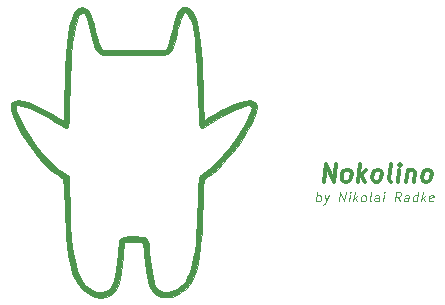
<source format=gbr>
G04 #@! TF.GenerationSoftware,KiCad,Pcbnew,(5.0.1-3-g963ef8bb5)*
G04 #@! TF.CreationDate,2019-04-15T21:42:43+02:00*
G04 #@! TF.ProjectId,kicad_top_pcb,6B696361645F746F705F7063622E6B69,rev?*
G04 #@! TF.SameCoordinates,Original*
G04 #@! TF.FileFunction,Legend,Top*
G04 #@! TF.FilePolarity,Positive*
%FSLAX46Y46*%
G04 Gerber Fmt 4.6, Leading zero omitted, Abs format (unit mm)*
G04 Created by KiCad (PCBNEW (5.0.1-3-g963ef8bb5)) date 2019 April 15, Monday 21:42:43*
%MOMM*%
%LPD*%
G01*
G04 APERTURE LIST*
%ADD10C,0.100000*%
%ADD11C,0.300000*%
%ADD12C,0.010000*%
%ADD13C,0.150000*%
G04 APERTURE END LIST*
D10*
X129608303Y-100056904D02*
X129708303Y-99256904D01*
X129670208Y-99561666D02*
X129751160Y-99523571D01*
X129903541Y-99523571D01*
X129974970Y-99561666D01*
X130008303Y-99599761D01*
X130036875Y-99675952D01*
X130008303Y-99904523D01*
X129960684Y-99980714D01*
X129917827Y-100018809D01*
X129836875Y-100056904D01*
X129684494Y-100056904D01*
X129613065Y-100018809D01*
X130322589Y-99523571D02*
X130446398Y-100056904D01*
X130703541Y-99523571D02*
X130446398Y-100056904D01*
X130346398Y-100247380D01*
X130303541Y-100285476D01*
X130222589Y-100323571D01*
X131551160Y-100056904D02*
X131651160Y-99256904D01*
X132008303Y-100056904D01*
X132108303Y-99256904D01*
X132389255Y-100056904D02*
X132455922Y-99523571D01*
X132489255Y-99256904D02*
X132446398Y-99295000D01*
X132479732Y-99333095D01*
X132522589Y-99295000D01*
X132489255Y-99256904D01*
X132479732Y-99333095D01*
X132770208Y-100056904D02*
X132870208Y-99256904D01*
X132884494Y-99752142D02*
X133074970Y-100056904D01*
X133141636Y-99523571D02*
X132798779Y-99828333D01*
X133532113Y-100056904D02*
X133460684Y-100018809D01*
X133427351Y-99980714D01*
X133398779Y-99904523D01*
X133427351Y-99675952D01*
X133474970Y-99599761D01*
X133517827Y-99561666D01*
X133598779Y-99523571D01*
X133713065Y-99523571D01*
X133784494Y-99561666D01*
X133817827Y-99599761D01*
X133846398Y-99675952D01*
X133817827Y-99904523D01*
X133770208Y-99980714D01*
X133727351Y-100018809D01*
X133646398Y-100056904D01*
X133532113Y-100056904D01*
X134255922Y-100056904D02*
X134184494Y-100018809D01*
X134155922Y-99942619D01*
X134241636Y-99256904D01*
X134903541Y-100056904D02*
X134955922Y-99637857D01*
X134927351Y-99561666D01*
X134855922Y-99523571D01*
X134703541Y-99523571D01*
X134622589Y-99561666D01*
X134908303Y-100018809D02*
X134827351Y-100056904D01*
X134636875Y-100056904D01*
X134565446Y-100018809D01*
X134536875Y-99942619D01*
X134546398Y-99866428D01*
X134594017Y-99790238D01*
X134674970Y-99752142D01*
X134865446Y-99752142D01*
X134946398Y-99714047D01*
X135284494Y-100056904D02*
X135351160Y-99523571D01*
X135384494Y-99256904D02*
X135341636Y-99295000D01*
X135374970Y-99333095D01*
X135417827Y-99295000D01*
X135384494Y-99256904D01*
X135374970Y-99333095D01*
X136732113Y-100056904D02*
X136513065Y-99675952D01*
X136274970Y-100056904D02*
X136374970Y-99256904D01*
X136679732Y-99256904D01*
X136751160Y-99295000D01*
X136784494Y-99333095D01*
X136813065Y-99409285D01*
X136798779Y-99523571D01*
X136751160Y-99599761D01*
X136708303Y-99637857D01*
X136627351Y-99675952D01*
X136322589Y-99675952D01*
X137417827Y-100056904D02*
X137470208Y-99637857D01*
X137441636Y-99561666D01*
X137370208Y-99523571D01*
X137217827Y-99523571D01*
X137136875Y-99561666D01*
X137422589Y-100018809D02*
X137341636Y-100056904D01*
X137151160Y-100056904D01*
X137079732Y-100018809D01*
X137051160Y-99942619D01*
X137060684Y-99866428D01*
X137108303Y-99790238D01*
X137189255Y-99752142D01*
X137379732Y-99752142D01*
X137460684Y-99714047D01*
X138141636Y-100056904D02*
X138241636Y-99256904D01*
X138146398Y-100018809D02*
X138065446Y-100056904D01*
X137913065Y-100056904D01*
X137841636Y-100018809D01*
X137808303Y-99980714D01*
X137779732Y-99904523D01*
X137808303Y-99675952D01*
X137855922Y-99599761D01*
X137898779Y-99561666D01*
X137979732Y-99523571D01*
X138132113Y-99523571D01*
X138203541Y-99561666D01*
X138522589Y-100056904D02*
X138622589Y-99256904D01*
X138636875Y-99752142D02*
X138827351Y-100056904D01*
X138894017Y-99523571D02*
X138551160Y-99828333D01*
X139479732Y-100018809D02*
X139398779Y-100056904D01*
X139246398Y-100056904D01*
X139174970Y-100018809D01*
X139146398Y-99942619D01*
X139184494Y-99637857D01*
X139232113Y-99561666D01*
X139313065Y-99523571D01*
X139465446Y-99523571D01*
X139536875Y-99561666D01*
X139565446Y-99637857D01*
X139555922Y-99714047D01*
X139165446Y-99790238D01*
D11*
X130243928Y-98378571D02*
X130431428Y-96878571D01*
X131101071Y-98378571D01*
X131288571Y-96878571D01*
X132029642Y-98378571D02*
X131895714Y-98307142D01*
X131833214Y-98235714D01*
X131779642Y-98092857D01*
X131833214Y-97664285D01*
X131922500Y-97521428D01*
X132002857Y-97450000D01*
X132154642Y-97378571D01*
X132368928Y-97378571D01*
X132502857Y-97450000D01*
X132565357Y-97521428D01*
X132618928Y-97664285D01*
X132565357Y-98092857D01*
X132476071Y-98235714D01*
X132395714Y-98307142D01*
X132243928Y-98378571D01*
X132029642Y-98378571D01*
X133172500Y-98378571D02*
X133360000Y-96878571D01*
X133386785Y-97807142D02*
X133743928Y-98378571D01*
X133868928Y-97378571D02*
X133226071Y-97950000D01*
X134601071Y-98378571D02*
X134467142Y-98307142D01*
X134404642Y-98235714D01*
X134351071Y-98092857D01*
X134404642Y-97664285D01*
X134493928Y-97521428D01*
X134574285Y-97450000D01*
X134726071Y-97378571D01*
X134940357Y-97378571D01*
X135074285Y-97450000D01*
X135136785Y-97521428D01*
X135190357Y-97664285D01*
X135136785Y-98092857D01*
X135047500Y-98235714D01*
X134967142Y-98307142D01*
X134815357Y-98378571D01*
X134601071Y-98378571D01*
X135958214Y-98378571D02*
X135824285Y-98307142D01*
X135770714Y-98164285D01*
X135931428Y-96878571D01*
X136529642Y-98378571D02*
X136654642Y-97378571D01*
X136717142Y-96878571D02*
X136636785Y-96950000D01*
X136699285Y-97021428D01*
X136779642Y-96950000D01*
X136717142Y-96878571D01*
X136699285Y-97021428D01*
X137368928Y-97378571D02*
X137243928Y-98378571D01*
X137351071Y-97521428D02*
X137431428Y-97450000D01*
X137583214Y-97378571D01*
X137797500Y-97378571D01*
X137931428Y-97450000D01*
X137985000Y-97592857D01*
X137886785Y-98378571D01*
X138815357Y-98378571D02*
X138681428Y-98307142D01*
X138618928Y-98235714D01*
X138565357Y-98092857D01*
X138618928Y-97664285D01*
X138708214Y-97521428D01*
X138788571Y-97450000D01*
X138940357Y-97378571D01*
X139154642Y-97378571D01*
X139288571Y-97450000D01*
X139351071Y-97521428D01*
X139404642Y-97664285D01*
X139351071Y-98092857D01*
X139261785Y-98235714D01*
X139181428Y-98307142D01*
X139029642Y-98378571D01*
X138815357Y-98378571D01*
D12*
G04 #@! TO.C,G\002A\002A\002A*
G36*
X110075776Y-83663086D02*
X110306395Y-83836409D01*
X110501401Y-84141896D01*
X110670288Y-84593141D01*
X110779998Y-85011402D01*
X110925852Y-85630349D01*
X111044612Y-86105974D01*
X111143144Y-86460846D01*
X111228313Y-86717536D01*
X111306983Y-86898614D01*
X111386020Y-87026651D01*
X111397508Y-87041632D01*
X111560623Y-87248999D01*
X114172999Y-87249000D01*
X116785376Y-87249000D01*
X116947225Y-87043242D01*
X117035630Y-86873121D01*
X117140554Y-86584600D01*
X117245763Y-86225415D01*
X117299933Y-86006075D01*
X117457186Y-85343717D01*
X117592787Y-84827546D01*
X117713743Y-84436859D01*
X117827061Y-84150951D01*
X117939747Y-83949120D01*
X118035342Y-83833082D01*
X118322012Y-83638255D01*
X118617181Y-83610906D01*
X118910026Y-83750283D01*
X119072640Y-83905043D01*
X119213340Y-84093058D01*
X119338620Y-84325473D01*
X119449922Y-84613585D01*
X119548692Y-84968690D01*
X119636372Y-85402083D01*
X119714407Y-85925060D01*
X119784242Y-86548917D01*
X119847319Y-87284950D01*
X119905083Y-88144454D01*
X119958978Y-89138726D01*
X120010447Y-90279061D01*
X120060936Y-91576754D01*
X120063965Y-91659872D01*
X120121169Y-93234411D01*
X120554918Y-92941842D01*
X121039915Y-92639757D01*
X121579704Y-92345456D01*
X122141541Y-92072987D01*
X122692684Y-91836394D01*
X123200387Y-91649725D01*
X123631909Y-91527024D01*
X123954505Y-91482338D01*
X123957279Y-91482333D01*
X124280145Y-91537694D01*
X124484609Y-91709498D01*
X124578576Y-92006327D01*
X124587000Y-92165977D01*
X124542347Y-92406243D01*
X124417631Y-92759029D01*
X124226716Y-93195961D01*
X123983465Y-93688664D01*
X123701742Y-94208764D01*
X123395411Y-94727885D01*
X123142219Y-95123000D01*
X122861377Y-95508979D01*
X122505405Y-95946187D01*
X122102029Y-96405358D01*
X121678974Y-96857223D01*
X121263966Y-97272518D01*
X120884730Y-97621975D01*
X120568991Y-97876328D01*
X120472110Y-97941534D01*
X120264917Y-98085253D01*
X120152312Y-98227930D01*
X120094433Y-98435806D01*
X120070679Y-98608601D01*
X120048397Y-98878976D01*
X120029821Y-99263447D01*
X120017135Y-99706781D01*
X120012657Y-100076000D01*
X119986292Y-101418751D01*
X119918655Y-102658740D01*
X119811274Y-103784952D01*
X119665676Y-104786369D01*
X119483389Y-105651975D01*
X119265940Y-106370754D01*
X119078726Y-106810805D01*
X118870754Y-107116533D01*
X118558819Y-107445661D01*
X118193077Y-107751442D01*
X117823684Y-107987127D01*
X117807806Y-107995322D01*
X117410475Y-108131986D01*
X116962782Y-108183777D01*
X116532413Y-108148430D01*
X116230543Y-108048063D01*
X115922506Y-107816781D01*
X115641306Y-107478923D01*
X115440803Y-107102957D01*
X115352558Y-106799931D01*
X115265403Y-106362515D01*
X115184537Y-105825607D01*
X115115155Y-105224101D01*
X115062457Y-104592891D01*
X115058928Y-104539213D01*
X115025743Y-104101036D01*
X114989338Y-103805083D01*
X114944464Y-103624259D01*
X114885874Y-103531467D01*
X114860415Y-103514396D01*
X114726170Y-103487447D01*
X114482477Y-103470170D01*
X114179471Y-103462575D01*
X113867286Y-103464671D01*
X113596057Y-103476469D01*
X113415916Y-103497977D01*
X113373665Y-103514112D01*
X113354036Y-103607509D01*
X113325979Y-103837726D01*
X113292880Y-104172663D01*
X113258127Y-104580219D01*
X113249389Y-104692146D01*
X113184670Y-105444819D01*
X113114593Y-106052239D01*
X113033747Y-106538487D01*
X112936723Y-106927643D01*
X112818110Y-107243788D01*
X112672498Y-107511002D01*
X112588758Y-107632589D01*
X112255254Y-107949242D01*
X111827203Y-108143734D01*
X111336984Y-108205990D01*
X110917209Y-108152716D01*
X110366210Y-107935458D01*
X109872953Y-107569116D01*
X109450920Y-107068053D01*
X109113595Y-106446631D01*
X108978305Y-106087333D01*
X108827342Y-105581737D01*
X108701241Y-105054217D01*
X108597195Y-104481932D01*
X108512398Y-103842038D01*
X108444042Y-103111694D01*
X108389322Y-102268057D01*
X108345428Y-101288285D01*
X108328554Y-100799778D01*
X108305999Y-100155715D01*
X108281643Y-99567192D01*
X108256653Y-99055273D01*
X108232200Y-98641025D01*
X108209451Y-98345515D01*
X108189577Y-98189807D01*
X108182711Y-98171402D01*
X108091392Y-98101781D01*
X107897281Y-97955285D01*
X107633095Y-97756574D01*
X107453325Y-97621618D01*
X106750235Y-97015907D01*
X106051719Y-96263224D01*
X105374735Y-95385479D01*
X104736241Y-94404580D01*
X104175810Y-93387333D01*
X103907252Y-92789771D01*
X103763606Y-92305646D01*
X103756300Y-92159809D01*
X104182333Y-92159809D01*
X104226811Y-92366368D01*
X104350512Y-92685664D01*
X104538842Y-93089469D01*
X104777201Y-93549555D01*
X105050994Y-94037693D01*
X105345624Y-94525654D01*
X105633623Y-94966412D01*
X105993196Y-95452250D01*
X106418753Y-95962578D01*
X106878791Y-96464614D01*
X107341804Y-96925575D01*
X107776288Y-97312679D01*
X108150737Y-97593144D01*
X108169608Y-97605232D01*
X108643216Y-97905283D01*
X108698775Y-98813312D01*
X108724162Y-99324585D01*
X108743780Y-99902131D01*
X108754503Y-100446614D01*
X108755588Y-100618337D01*
X108789026Y-101996905D01*
X108884056Y-103273014D01*
X109038736Y-104430469D01*
X109251126Y-105453074D01*
X109397106Y-105968909D01*
X109671265Y-106599559D01*
X110054240Y-107113218D01*
X110535786Y-107496922D01*
X110658079Y-107564745D01*
X111050830Y-107702519D01*
X111454643Y-107736148D01*
X111815200Y-107665783D01*
X112004944Y-107560996D01*
X112201352Y-107371155D01*
X112362604Y-107127878D01*
X112494060Y-106811351D01*
X112601080Y-106401760D01*
X112689026Y-105879291D01*
X112763257Y-105224130D01*
X112819390Y-104550609D01*
X112854033Y-104123946D01*
X112889968Y-103751252D01*
X112923285Y-103468908D01*
X112950075Y-103313300D01*
X112953512Y-103302549D01*
X113093628Y-103164076D01*
X113381179Y-103066212D01*
X113798341Y-103012631D01*
X114327292Y-103007006D01*
X114378317Y-103008918D01*
X114770381Y-103032673D01*
X115049030Y-103083803D01*
X115235984Y-103188286D01*
X115352961Y-103372100D01*
X115421681Y-103661223D01*
X115463863Y-104081633D01*
X115480389Y-104327104D01*
X115529019Y-104937223D01*
X115594232Y-105529071D01*
X115671119Y-106071215D01*
X115754771Y-106532221D01*
X115840277Y-106880658D01*
X115906820Y-107057430D01*
X116056240Y-107272577D01*
X116262000Y-107489506D01*
X116293121Y-107516581D01*
X116631649Y-107699750D01*
X117019194Y-107743617D01*
X117430210Y-107660910D01*
X117839151Y-107464361D01*
X118220470Y-107166699D01*
X118548623Y-106780655D01*
X118798061Y-106318958D01*
X118822609Y-106256094D01*
X118979661Y-105800006D01*
X119113027Y-105325851D01*
X119225198Y-104813894D01*
X119318665Y-104244400D01*
X119395920Y-103597633D01*
X119459455Y-102853858D01*
X119511760Y-101993340D01*
X119555327Y-100996342D01*
X119580562Y-100252143D01*
X119602268Y-99569976D01*
X119621549Y-99037149D01*
X119640418Y-98633726D01*
X119660887Y-98339771D01*
X119684969Y-98135350D01*
X119714675Y-98000527D01*
X119752019Y-97915366D01*
X119799012Y-97859933D01*
X119824142Y-97839143D01*
X119973799Y-97726488D01*
X120213992Y-97548805D01*
X120498179Y-97340486D01*
X120560476Y-97295056D01*
X121149133Y-96799158D01*
X121754620Y-96164621D01*
X122356441Y-95417972D01*
X122934101Y-94585740D01*
X123467106Y-93694454D01*
X123735435Y-93185427D01*
X123955434Y-92729328D01*
X124091711Y-92397227D01*
X124148923Y-92168684D01*
X124131728Y-92023257D01*
X124044781Y-91940505D01*
X124021376Y-91930416D01*
X123839173Y-91928498D01*
X123538455Y-92002523D01*
X123145561Y-92140738D01*
X122686830Y-92331386D01*
X122188600Y-92562712D01*
X121677210Y-92822960D01*
X121178998Y-93100374D01*
X120720302Y-93383198D01*
X120625941Y-93445901D01*
X120262277Y-93679338D01*
X120009173Y-93803461D01*
X119845993Y-93816014D01*
X119752098Y-93714739D01*
X119706854Y-93497380D01*
X119696014Y-93344207D01*
X119687118Y-93149969D01*
X119672162Y-92809892D01*
X119652148Y-92347323D01*
X119628078Y-91785609D01*
X119600952Y-91148097D01*
X119571773Y-90458135D01*
X119548963Y-89916000D01*
X119497399Y-88800326D01*
X119442309Y-87840470D01*
X119382209Y-87022930D01*
X119315618Y-86334202D01*
X119241053Y-85760784D01*
X119157031Y-85289173D01*
X119062070Y-84905866D01*
X118968832Y-84632273D01*
X118801067Y-84277990D01*
X118640996Y-84088257D01*
X118482465Y-84058857D01*
X118319322Y-84185573D01*
X118318471Y-84186608D01*
X118223047Y-84323983D01*
X118138523Y-84502109D01*
X118055827Y-84749747D01*
X117965885Y-85095656D01*
X117859623Y-85568594D01*
X117812480Y-85790442D01*
X117650794Y-86446985D01*
X117472386Y-86965189D01*
X117281565Y-87334640D01*
X117088293Y-87541286D01*
X117010988Y-87578132D01*
X116891861Y-87607551D01*
X116713183Y-87630332D01*
X116457227Y-87647265D01*
X116106263Y-87659139D01*
X115642563Y-87666743D01*
X115048400Y-87670867D01*
X114306045Y-87672300D01*
X114145063Y-87672333D01*
X113388948Y-87671869D01*
X112783617Y-87669777D01*
X112310523Y-87665004D01*
X111951118Y-87656497D01*
X111686853Y-87643205D01*
X111499181Y-87624074D01*
X111369554Y-87598053D01*
X111279425Y-87564089D01*
X111210244Y-87521129D01*
X111188578Y-87504585D01*
X111036123Y-87346953D01*
X110900301Y-87116300D01*
X110772396Y-86789738D01*
X110643691Y-86344382D01*
X110505468Y-85757346D01*
X110482116Y-85649809D01*
X110384325Y-85230262D01*
X110280702Y-84843332D01*
X110184544Y-84535744D01*
X110117974Y-84370333D01*
X109955452Y-84142266D01*
X109790930Y-84075383D01*
X109628064Y-84161632D01*
X109470509Y-84392956D01*
X109321920Y-84761303D01*
X109185951Y-85258618D01*
X109066257Y-85876847D01*
X108966495Y-86607936D01*
X108926907Y-86995000D01*
X108895493Y-87394105D01*
X108861300Y-87928064D01*
X108825850Y-88562453D01*
X108790663Y-89262847D01*
X108757261Y-89994822D01*
X108727164Y-90723952D01*
X108701893Y-91415814D01*
X108682969Y-92035983D01*
X108671914Y-92550034D01*
X108669666Y-92817346D01*
X108663440Y-93262427D01*
X108641080Y-93563491D01*
X108597069Y-93745521D01*
X108525886Y-93833501D01*
X108440862Y-93852999D01*
X108319307Y-93808435D01*
X108095640Y-93688652D01*
X107807182Y-93514518D01*
X107624420Y-93396524D01*
X107120646Y-93082692D01*
X106581217Y-92779806D01*
X106035701Y-92501467D01*
X105513667Y-92261280D01*
X105044681Y-92072849D01*
X104658314Y-91949777D01*
X104384132Y-91905666D01*
X104383919Y-91905666D01*
X104239350Y-91935165D01*
X104186665Y-92057086D01*
X104182333Y-92159809D01*
X103756300Y-92159809D01*
X103744983Y-91933943D01*
X103851496Y-91673647D01*
X104083260Y-91523742D01*
X104387886Y-91482333D01*
X104725124Y-91528052D01*
X105171212Y-91656451D01*
X105695384Y-91854395D01*
X106266871Y-92108747D01*
X106854907Y-92406372D01*
X107428725Y-92734134D01*
X107662267Y-92880314D01*
X108221202Y-93240660D01*
X108279437Y-91324330D01*
X108327522Y-89943187D01*
X108383834Y-88723176D01*
X108449963Y-87656229D01*
X108527500Y-86734273D01*
X108618036Y-85949239D01*
X108723160Y-85293057D01*
X108844463Y-84757656D01*
X108983535Y-84334966D01*
X109141968Y-84016916D01*
X109321351Y-83795436D01*
X109523275Y-83662456D01*
X109749331Y-83609905D01*
X109800047Y-83608333D01*
X110075776Y-83663086D01*
X110075776Y-83663086D01*
G37*
X110075776Y-83663086D02*
X110306395Y-83836409D01*
X110501401Y-84141896D01*
X110670288Y-84593141D01*
X110779998Y-85011402D01*
X110925852Y-85630349D01*
X111044612Y-86105974D01*
X111143144Y-86460846D01*
X111228313Y-86717536D01*
X111306983Y-86898614D01*
X111386020Y-87026651D01*
X111397508Y-87041632D01*
X111560623Y-87248999D01*
X114172999Y-87249000D01*
X116785376Y-87249000D01*
X116947225Y-87043242D01*
X117035630Y-86873121D01*
X117140554Y-86584600D01*
X117245763Y-86225415D01*
X117299933Y-86006075D01*
X117457186Y-85343717D01*
X117592787Y-84827546D01*
X117713743Y-84436859D01*
X117827061Y-84150951D01*
X117939747Y-83949120D01*
X118035342Y-83833082D01*
X118322012Y-83638255D01*
X118617181Y-83610906D01*
X118910026Y-83750283D01*
X119072640Y-83905043D01*
X119213340Y-84093058D01*
X119338620Y-84325473D01*
X119449922Y-84613585D01*
X119548692Y-84968690D01*
X119636372Y-85402083D01*
X119714407Y-85925060D01*
X119784242Y-86548917D01*
X119847319Y-87284950D01*
X119905083Y-88144454D01*
X119958978Y-89138726D01*
X120010447Y-90279061D01*
X120060936Y-91576754D01*
X120063965Y-91659872D01*
X120121169Y-93234411D01*
X120554918Y-92941842D01*
X121039915Y-92639757D01*
X121579704Y-92345456D01*
X122141541Y-92072987D01*
X122692684Y-91836394D01*
X123200387Y-91649725D01*
X123631909Y-91527024D01*
X123954505Y-91482338D01*
X123957279Y-91482333D01*
X124280145Y-91537694D01*
X124484609Y-91709498D01*
X124578576Y-92006327D01*
X124587000Y-92165977D01*
X124542347Y-92406243D01*
X124417631Y-92759029D01*
X124226716Y-93195961D01*
X123983465Y-93688664D01*
X123701742Y-94208764D01*
X123395411Y-94727885D01*
X123142219Y-95123000D01*
X122861377Y-95508979D01*
X122505405Y-95946187D01*
X122102029Y-96405358D01*
X121678974Y-96857223D01*
X121263966Y-97272518D01*
X120884730Y-97621975D01*
X120568991Y-97876328D01*
X120472110Y-97941534D01*
X120264917Y-98085253D01*
X120152312Y-98227930D01*
X120094433Y-98435806D01*
X120070679Y-98608601D01*
X120048397Y-98878976D01*
X120029821Y-99263447D01*
X120017135Y-99706781D01*
X120012657Y-100076000D01*
X119986292Y-101418751D01*
X119918655Y-102658740D01*
X119811274Y-103784952D01*
X119665676Y-104786369D01*
X119483389Y-105651975D01*
X119265940Y-106370754D01*
X119078726Y-106810805D01*
X118870754Y-107116533D01*
X118558819Y-107445661D01*
X118193077Y-107751442D01*
X117823684Y-107987127D01*
X117807806Y-107995322D01*
X117410475Y-108131986D01*
X116962782Y-108183777D01*
X116532413Y-108148430D01*
X116230543Y-108048063D01*
X115922506Y-107816781D01*
X115641306Y-107478923D01*
X115440803Y-107102957D01*
X115352558Y-106799931D01*
X115265403Y-106362515D01*
X115184537Y-105825607D01*
X115115155Y-105224101D01*
X115062457Y-104592891D01*
X115058928Y-104539213D01*
X115025743Y-104101036D01*
X114989338Y-103805083D01*
X114944464Y-103624259D01*
X114885874Y-103531467D01*
X114860415Y-103514396D01*
X114726170Y-103487447D01*
X114482477Y-103470170D01*
X114179471Y-103462575D01*
X113867286Y-103464671D01*
X113596057Y-103476469D01*
X113415916Y-103497977D01*
X113373665Y-103514112D01*
X113354036Y-103607509D01*
X113325979Y-103837726D01*
X113292880Y-104172663D01*
X113258127Y-104580219D01*
X113249389Y-104692146D01*
X113184670Y-105444819D01*
X113114593Y-106052239D01*
X113033747Y-106538487D01*
X112936723Y-106927643D01*
X112818110Y-107243788D01*
X112672498Y-107511002D01*
X112588758Y-107632589D01*
X112255254Y-107949242D01*
X111827203Y-108143734D01*
X111336984Y-108205990D01*
X110917209Y-108152716D01*
X110366210Y-107935458D01*
X109872953Y-107569116D01*
X109450920Y-107068053D01*
X109113595Y-106446631D01*
X108978305Y-106087333D01*
X108827342Y-105581737D01*
X108701241Y-105054217D01*
X108597195Y-104481932D01*
X108512398Y-103842038D01*
X108444042Y-103111694D01*
X108389322Y-102268057D01*
X108345428Y-101288285D01*
X108328554Y-100799778D01*
X108305999Y-100155715D01*
X108281643Y-99567192D01*
X108256653Y-99055273D01*
X108232200Y-98641025D01*
X108209451Y-98345515D01*
X108189577Y-98189807D01*
X108182711Y-98171402D01*
X108091392Y-98101781D01*
X107897281Y-97955285D01*
X107633095Y-97756574D01*
X107453325Y-97621618D01*
X106750235Y-97015907D01*
X106051719Y-96263224D01*
X105374735Y-95385479D01*
X104736241Y-94404580D01*
X104175810Y-93387333D01*
X103907252Y-92789771D01*
X103763606Y-92305646D01*
X103756300Y-92159809D01*
X104182333Y-92159809D01*
X104226811Y-92366368D01*
X104350512Y-92685664D01*
X104538842Y-93089469D01*
X104777201Y-93549555D01*
X105050994Y-94037693D01*
X105345624Y-94525654D01*
X105633623Y-94966412D01*
X105993196Y-95452250D01*
X106418753Y-95962578D01*
X106878791Y-96464614D01*
X107341804Y-96925575D01*
X107776288Y-97312679D01*
X108150737Y-97593144D01*
X108169608Y-97605232D01*
X108643216Y-97905283D01*
X108698775Y-98813312D01*
X108724162Y-99324585D01*
X108743780Y-99902131D01*
X108754503Y-100446614D01*
X108755588Y-100618337D01*
X108789026Y-101996905D01*
X108884056Y-103273014D01*
X109038736Y-104430469D01*
X109251126Y-105453074D01*
X109397106Y-105968909D01*
X109671265Y-106599559D01*
X110054240Y-107113218D01*
X110535786Y-107496922D01*
X110658079Y-107564745D01*
X111050830Y-107702519D01*
X111454643Y-107736148D01*
X111815200Y-107665783D01*
X112004944Y-107560996D01*
X112201352Y-107371155D01*
X112362604Y-107127878D01*
X112494060Y-106811351D01*
X112601080Y-106401760D01*
X112689026Y-105879291D01*
X112763257Y-105224130D01*
X112819390Y-104550609D01*
X112854033Y-104123946D01*
X112889968Y-103751252D01*
X112923285Y-103468908D01*
X112950075Y-103313300D01*
X112953512Y-103302549D01*
X113093628Y-103164076D01*
X113381179Y-103066212D01*
X113798341Y-103012631D01*
X114327292Y-103007006D01*
X114378317Y-103008918D01*
X114770381Y-103032673D01*
X115049030Y-103083803D01*
X115235984Y-103188286D01*
X115352961Y-103372100D01*
X115421681Y-103661223D01*
X115463863Y-104081633D01*
X115480389Y-104327104D01*
X115529019Y-104937223D01*
X115594232Y-105529071D01*
X115671119Y-106071215D01*
X115754771Y-106532221D01*
X115840277Y-106880658D01*
X115906820Y-107057430D01*
X116056240Y-107272577D01*
X116262000Y-107489506D01*
X116293121Y-107516581D01*
X116631649Y-107699750D01*
X117019194Y-107743617D01*
X117430210Y-107660910D01*
X117839151Y-107464361D01*
X118220470Y-107166699D01*
X118548623Y-106780655D01*
X118798061Y-106318958D01*
X118822609Y-106256094D01*
X118979661Y-105800006D01*
X119113027Y-105325851D01*
X119225198Y-104813894D01*
X119318665Y-104244400D01*
X119395920Y-103597633D01*
X119459455Y-102853858D01*
X119511760Y-101993340D01*
X119555327Y-100996342D01*
X119580562Y-100252143D01*
X119602268Y-99569976D01*
X119621549Y-99037149D01*
X119640418Y-98633726D01*
X119660887Y-98339771D01*
X119684969Y-98135350D01*
X119714675Y-98000527D01*
X119752019Y-97915366D01*
X119799012Y-97859933D01*
X119824142Y-97839143D01*
X119973799Y-97726488D01*
X120213992Y-97548805D01*
X120498179Y-97340486D01*
X120560476Y-97295056D01*
X121149133Y-96799158D01*
X121754620Y-96164621D01*
X122356441Y-95417972D01*
X122934101Y-94585740D01*
X123467106Y-93694454D01*
X123735435Y-93185427D01*
X123955434Y-92729328D01*
X124091711Y-92397227D01*
X124148923Y-92168684D01*
X124131728Y-92023257D01*
X124044781Y-91940505D01*
X124021376Y-91930416D01*
X123839173Y-91928498D01*
X123538455Y-92002523D01*
X123145561Y-92140738D01*
X122686830Y-92331386D01*
X122188600Y-92562712D01*
X121677210Y-92822960D01*
X121178998Y-93100374D01*
X120720302Y-93383198D01*
X120625941Y-93445901D01*
X120262277Y-93679338D01*
X120009173Y-93803461D01*
X119845993Y-93816014D01*
X119752098Y-93714739D01*
X119706854Y-93497380D01*
X119696014Y-93344207D01*
X119687118Y-93149969D01*
X119672162Y-92809892D01*
X119652148Y-92347323D01*
X119628078Y-91785609D01*
X119600952Y-91148097D01*
X119571773Y-90458135D01*
X119548963Y-89916000D01*
X119497399Y-88800326D01*
X119442309Y-87840470D01*
X119382209Y-87022930D01*
X119315618Y-86334202D01*
X119241053Y-85760784D01*
X119157031Y-85289173D01*
X119062070Y-84905866D01*
X118968832Y-84632273D01*
X118801067Y-84277990D01*
X118640996Y-84088257D01*
X118482465Y-84058857D01*
X118319322Y-84185573D01*
X118318471Y-84186608D01*
X118223047Y-84323983D01*
X118138523Y-84502109D01*
X118055827Y-84749747D01*
X117965885Y-85095656D01*
X117859623Y-85568594D01*
X117812480Y-85790442D01*
X117650794Y-86446985D01*
X117472386Y-86965189D01*
X117281565Y-87334640D01*
X117088293Y-87541286D01*
X117010988Y-87578132D01*
X116891861Y-87607551D01*
X116713183Y-87630332D01*
X116457227Y-87647265D01*
X116106263Y-87659139D01*
X115642563Y-87666743D01*
X115048400Y-87670867D01*
X114306045Y-87672300D01*
X114145063Y-87672333D01*
X113388948Y-87671869D01*
X112783617Y-87669777D01*
X112310523Y-87665004D01*
X111951118Y-87656497D01*
X111686853Y-87643205D01*
X111499181Y-87624074D01*
X111369554Y-87598053D01*
X111279425Y-87564089D01*
X111210244Y-87521129D01*
X111188578Y-87504585D01*
X111036123Y-87346953D01*
X110900301Y-87116300D01*
X110772396Y-86789738D01*
X110643691Y-86344382D01*
X110505468Y-85757346D01*
X110482116Y-85649809D01*
X110384325Y-85230262D01*
X110280702Y-84843332D01*
X110184544Y-84535744D01*
X110117974Y-84370333D01*
X109955452Y-84142266D01*
X109790930Y-84075383D01*
X109628064Y-84161632D01*
X109470509Y-84392956D01*
X109321920Y-84761303D01*
X109185951Y-85258618D01*
X109066257Y-85876847D01*
X108966495Y-86607936D01*
X108926907Y-86995000D01*
X108895493Y-87394105D01*
X108861300Y-87928064D01*
X108825850Y-88562453D01*
X108790663Y-89262847D01*
X108757261Y-89994822D01*
X108727164Y-90723952D01*
X108701893Y-91415814D01*
X108682969Y-92035983D01*
X108671914Y-92550034D01*
X108669666Y-92817346D01*
X108663440Y-93262427D01*
X108641080Y-93563491D01*
X108597069Y-93745521D01*
X108525886Y-93833501D01*
X108440862Y-93852999D01*
X108319307Y-93808435D01*
X108095640Y-93688652D01*
X107807182Y-93514518D01*
X107624420Y-93396524D01*
X107120646Y-93082692D01*
X106581217Y-92779806D01*
X106035701Y-92501467D01*
X105513667Y-92261280D01*
X105044681Y-92072849D01*
X104658314Y-91949777D01*
X104384132Y-91905666D01*
X104383919Y-91905666D01*
X104239350Y-91935165D01*
X104186665Y-92057086D01*
X104182333Y-92159809D01*
X103756300Y-92159809D01*
X103744983Y-91933943D01*
X103851496Y-91673647D01*
X104083260Y-91523742D01*
X104387886Y-91482333D01*
X104725124Y-91528052D01*
X105171212Y-91656451D01*
X105695384Y-91854395D01*
X106266871Y-92108747D01*
X106854907Y-92406372D01*
X107428725Y-92734134D01*
X107662267Y-92880314D01*
X108221202Y-93240660D01*
X108279437Y-91324330D01*
X108327522Y-89943187D01*
X108383834Y-88723176D01*
X108449963Y-87656229D01*
X108527500Y-86734273D01*
X108618036Y-85949239D01*
X108723160Y-85293057D01*
X108844463Y-84757656D01*
X108983535Y-84334966D01*
X109141968Y-84016916D01*
X109321351Y-83795436D01*
X109523275Y-83662456D01*
X109749331Y-83609905D01*
X109800047Y-83608333D01*
X110075776Y-83663086D01*
G04 #@! TO.C,*
D13*
G04 #@! TD*
M02*

</source>
